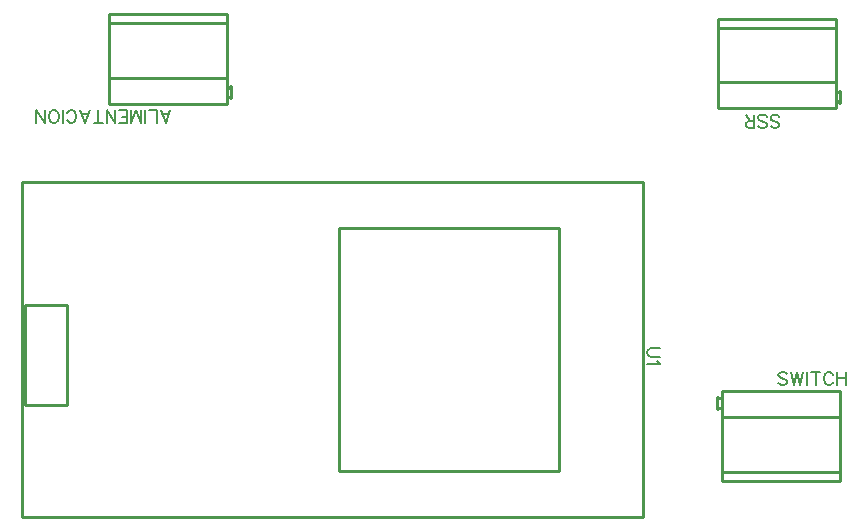
<source format=gto>
G04 Layer: TopSilkscreenLayer*
G04 EasyEDA v6.5.51, 2025-10-20 22:37:19*
G04 f616cf4ec58d424a8f3e18252dc3b632,12abd119770744df9ef097ef44d34389,10*
G04 Gerber Generator version 0.2*
G04 Scale: 100 percent, Rotated: No, Reflected: No *
G04 Dimensions in millimeters *
G04 leading zeros omitted , absolute positions ,4 integer and 5 decimal *
%FSLAX45Y45*%
%MOMM*%

%ADD10C,0.1524*%
%ADD11C,0.2540*%
%ADD12C,0.0186*%

%LPD*%
D10*
X7977631Y3927602D02*
G01*
X7988045Y3917187D01*
X8003540Y3912107D01*
X8024368Y3912107D01*
X8039861Y3917187D01*
X8050275Y3927602D01*
X8050275Y3938015D01*
X8045195Y3948429D01*
X8039861Y3953763D01*
X8029447Y3958844D01*
X7998206Y3969257D01*
X7988045Y3974337D01*
X7982711Y3979671D01*
X7977631Y3990086D01*
X7977631Y4005579D01*
X7988045Y4015994D01*
X8003540Y4021073D01*
X8024368Y4021073D01*
X8039861Y4015994D01*
X8050275Y4005579D01*
X7870443Y3927602D02*
G01*
X7880858Y3917187D01*
X7896606Y3912107D01*
X7917179Y3912107D01*
X7932927Y3917187D01*
X7943341Y3927602D01*
X7943341Y3938015D01*
X7938008Y3948429D01*
X7932927Y3953763D01*
X7922513Y3958844D01*
X7891272Y3969257D01*
X7880858Y3974337D01*
X7875777Y3979671D01*
X7870443Y3990086D01*
X7870443Y4005579D01*
X7880858Y4015994D01*
X7896606Y4021073D01*
X7917179Y4021073D01*
X7932927Y4015994D01*
X7943341Y4005579D01*
X7836154Y3912107D02*
G01*
X7836154Y4021073D01*
X7836154Y3912107D02*
G01*
X7789418Y3912107D01*
X7773924Y3917187D01*
X7768590Y3922521D01*
X7763509Y3932936D01*
X7763509Y3943350D01*
X7768590Y3953763D01*
X7773924Y3958844D01*
X7789418Y3963923D01*
X7836154Y3963923D01*
X7799831Y3963923D02*
G01*
X7763509Y4021073D01*
X8113268Y1825497D02*
G01*
X8102854Y1835912D01*
X8087359Y1840992D01*
X8066531Y1840992D01*
X8051038Y1835912D01*
X8040624Y1825497D01*
X8040624Y1815084D01*
X8045704Y1804670D01*
X8051038Y1799336D01*
X8061452Y1794255D01*
X8092693Y1783842D01*
X8102854Y1778762D01*
X8108188Y1773428D01*
X8113268Y1763013D01*
X8113268Y1747520D01*
X8102854Y1737105D01*
X8087359Y1732026D01*
X8066531Y1732026D01*
X8051038Y1737105D01*
X8040624Y1747520D01*
X8147558Y1840992D02*
G01*
X8173720Y1732026D01*
X8199627Y1840992D02*
G01*
X8173720Y1732026D01*
X8199627Y1840992D02*
G01*
X8225536Y1732026D01*
X8251443Y1840992D02*
G01*
X8225536Y1732026D01*
X8285734Y1840992D02*
G01*
X8285734Y1732026D01*
X8356600Y1840992D02*
G01*
X8356600Y1732026D01*
X8320024Y1840992D02*
G01*
X8392922Y1840992D01*
X8505190Y1815084D02*
G01*
X8499856Y1825497D01*
X8489441Y1835912D01*
X8479027Y1840992D01*
X8458454Y1840992D01*
X8448040Y1835912D01*
X8437625Y1825497D01*
X8432291Y1815084D01*
X8427211Y1799336D01*
X8427211Y1773428D01*
X8432291Y1757934D01*
X8437625Y1747520D01*
X8448040Y1737105D01*
X8458454Y1732026D01*
X8479027Y1732026D01*
X8489441Y1737105D01*
X8499856Y1747520D01*
X8505190Y1757934D01*
X8539479Y1840992D02*
G01*
X8539479Y1732026D01*
X8612124Y1840992D02*
G01*
X8612124Y1732026D01*
X8539479Y1789176D02*
G01*
X8612124Y1789176D01*
X7036815Y2044700D02*
G01*
X6958838Y2044700D01*
X6943343Y2039620D01*
X6932929Y2029205D01*
X6927850Y2013457D01*
X6927850Y2003044D01*
X6932929Y1987550D01*
X6943343Y1977136D01*
X6958838Y1972055D01*
X7036815Y1972055D01*
X7015988Y1937765D02*
G01*
X7021322Y1927352D01*
X7036815Y1911604D01*
X6927850Y1911604D01*
X2852420Y3950207D02*
G01*
X2894075Y4059173D01*
X2852420Y3950207D02*
G01*
X2811018Y4059173D01*
X2878581Y4022852D02*
G01*
X2826511Y4022852D01*
X2776727Y3950207D02*
G01*
X2776727Y4059173D01*
X2776727Y4059173D02*
G01*
X2714243Y4059173D01*
X2679954Y3950207D02*
G01*
X2679954Y4059173D01*
X2645663Y3950207D02*
G01*
X2645663Y4059173D01*
X2645663Y3950207D02*
G01*
X2604261Y4059173D01*
X2562606Y3950207D02*
G01*
X2604261Y4059173D01*
X2562606Y3950207D02*
G01*
X2562606Y4059173D01*
X2528315Y3950207D02*
G01*
X2528315Y4059173D01*
X2528315Y3950207D02*
G01*
X2460752Y3950207D01*
X2528315Y4002023D02*
G01*
X2486659Y4002023D01*
X2528315Y4059173D02*
G01*
X2460752Y4059173D01*
X2426461Y3950207D02*
G01*
X2426461Y4059173D01*
X2426461Y3950207D02*
G01*
X2353818Y4059173D01*
X2353818Y3950207D02*
G01*
X2353818Y4059173D01*
X2283206Y3950207D02*
G01*
X2283206Y4059173D01*
X2319527Y3950207D02*
G01*
X2246629Y3950207D01*
X2170938Y3950207D02*
G01*
X2212340Y4059173D01*
X2170938Y3950207D02*
G01*
X2129281Y4059173D01*
X2196845Y4022852D02*
G01*
X2144775Y4022852D01*
X2017013Y3976115D02*
G01*
X2022347Y3965702D01*
X2032761Y3955287D01*
X2043175Y3950207D01*
X2063750Y3950207D01*
X2074163Y3955287D01*
X2084577Y3965702D01*
X2089911Y3976115D01*
X2094991Y3991863D01*
X2094991Y4017771D01*
X2089911Y4033265D01*
X2084577Y4043679D01*
X2074163Y4054094D01*
X2063750Y4059173D01*
X2043175Y4059173D01*
X2032761Y4054094D01*
X2022347Y4043679D01*
X2017013Y4033265D01*
X1982724Y3950207D02*
G01*
X1982724Y4059173D01*
X1917445Y3950207D02*
G01*
X1927605Y3955287D01*
X1938020Y3965702D01*
X1943354Y3976115D01*
X1948434Y3991863D01*
X1948434Y4017771D01*
X1943354Y4033265D01*
X1938020Y4043679D01*
X1927605Y4054094D01*
X1917445Y4059173D01*
X1896618Y4059173D01*
X1886204Y4054094D01*
X1875789Y4043679D01*
X1870455Y4033265D01*
X1865376Y4017771D01*
X1865376Y3991863D01*
X1870455Y3976115D01*
X1875789Y3965702D01*
X1886204Y3955287D01*
X1896618Y3950207D01*
X1917445Y3950207D01*
X1831086Y3950207D02*
G01*
X1831086Y4059173D01*
X1831086Y3950207D02*
G01*
X1758442Y4059173D01*
X1758442Y3950207D02*
G01*
X1758442Y4059173D01*
D11*
X8526399Y4755692D02*
G01*
X7526400Y4755692D01*
X8526932Y4141266D02*
G01*
X8566404Y4123900D01*
X8566404Y4223900D01*
X8526932Y4204207D01*
X8526399Y4073900D02*
G01*
X7526400Y4073900D01*
X8526399Y4073900D02*
G01*
X8526399Y4833899D01*
X7526400Y4073900D02*
G01*
X7526400Y4833899D01*
X8526399Y4833899D02*
G01*
X7526400Y4833899D01*
X8526399Y4293819D02*
G01*
X7526400Y4293819D01*
X7564500Y997407D02*
G01*
X8564499Y997407D01*
X7563967Y1611833D02*
G01*
X7524495Y1629199D01*
X7524495Y1529199D01*
X7563967Y1548892D01*
X7564500Y1679199D02*
G01*
X8564499Y1679199D01*
X7564500Y1679199D02*
G01*
X7564500Y919200D01*
X8564499Y1679199D02*
G01*
X8564499Y919200D01*
X7564500Y919200D02*
G01*
X8564499Y919200D01*
X7564500Y1459280D02*
G01*
X8564499Y1459280D01*
X6896100Y3448050D02*
G01*
X6896100Y615950D01*
X1638300Y615950D01*
X1638300Y3448050D01*
X6896100Y3448050D01*
X6184900Y3060700D02*
G01*
X6184900Y1003300D01*
X4318000Y1003300D01*
X4318000Y3060700D01*
X6184900Y3060700D01*
X2019300Y2413000D02*
G01*
X2019300Y1562100D01*
X1663700Y1562100D01*
X1663700Y2413000D01*
X2019300Y2413000D01*
X3370199Y4793792D02*
G01*
X2370200Y4793792D01*
X3370732Y4179366D02*
G01*
X3410204Y4162000D01*
X3410204Y4262000D01*
X3370732Y4242307D01*
X3370199Y4112000D02*
G01*
X2370200Y4112000D01*
X3370199Y4112000D02*
G01*
X3370199Y4871999D01*
X2370200Y4112000D02*
G01*
X2370200Y4871999D01*
X3370199Y4871999D02*
G01*
X2370200Y4871999D01*
X3370199Y4331919D02*
G01*
X2370200Y4331919D01*
M02*

</source>
